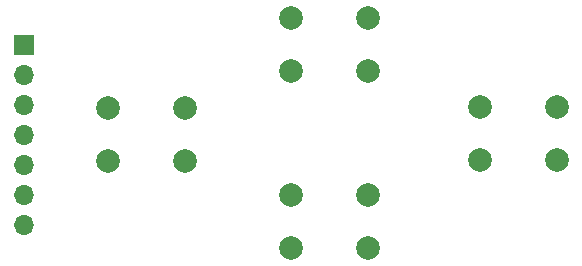
<source format=gbr>
%TF.GenerationSoftware,KiCad,Pcbnew,8.0.3*%
%TF.CreationDate,2024-06-12T19:29:14-06:00*%
%TF.ProjectId,CutMachine_PCB,4375744d-6163-4686-996e-655f5043422e,rev?*%
%TF.SameCoordinates,Original*%
%TF.FileFunction,Soldermask,Bot*%
%TF.FilePolarity,Negative*%
%FSLAX46Y46*%
G04 Gerber Fmt 4.6, Leading zero omitted, Abs format (unit mm)*
G04 Created by KiCad (PCBNEW 8.0.3) date 2024-06-12 19:29:14*
%MOMM*%
%LPD*%
G01*
G04 APERTURE LIST*
%ADD10C,2.000000*%
%ADD11R,1.700000X1.700000*%
%ADD12O,1.700000X1.700000*%
G04 APERTURE END LIST*
D10*
%TO.C,BACK*%
X86106000Y-96774000D03*
X92606000Y-96774000D03*
X86106000Y-101274000D03*
X92606000Y-101274000D03*
%TD*%
%TO.C,SW3*%
X101600000Y-104140000D03*
X108100000Y-104140000D03*
X101600000Y-108640000D03*
X108100000Y-108640000D03*
%TD*%
%TO.C,UP*%
X101600000Y-89154000D03*
X108100000Y-89154000D03*
X101600000Y-93654000D03*
X108100000Y-93654000D03*
%TD*%
%TO.C,SELECT*%
X117602000Y-96702000D03*
X124102000Y-96702000D03*
X117602000Y-101202000D03*
X124102000Y-101202000D03*
%TD*%
D11*
%TO.C,J2*%
X78994000Y-91435000D03*
D12*
X78994000Y-93975000D03*
X78994000Y-96515000D03*
X78994000Y-99055000D03*
X78994000Y-101595000D03*
X78994000Y-104135000D03*
X78994000Y-106675000D03*
%TD*%
M02*

</source>
